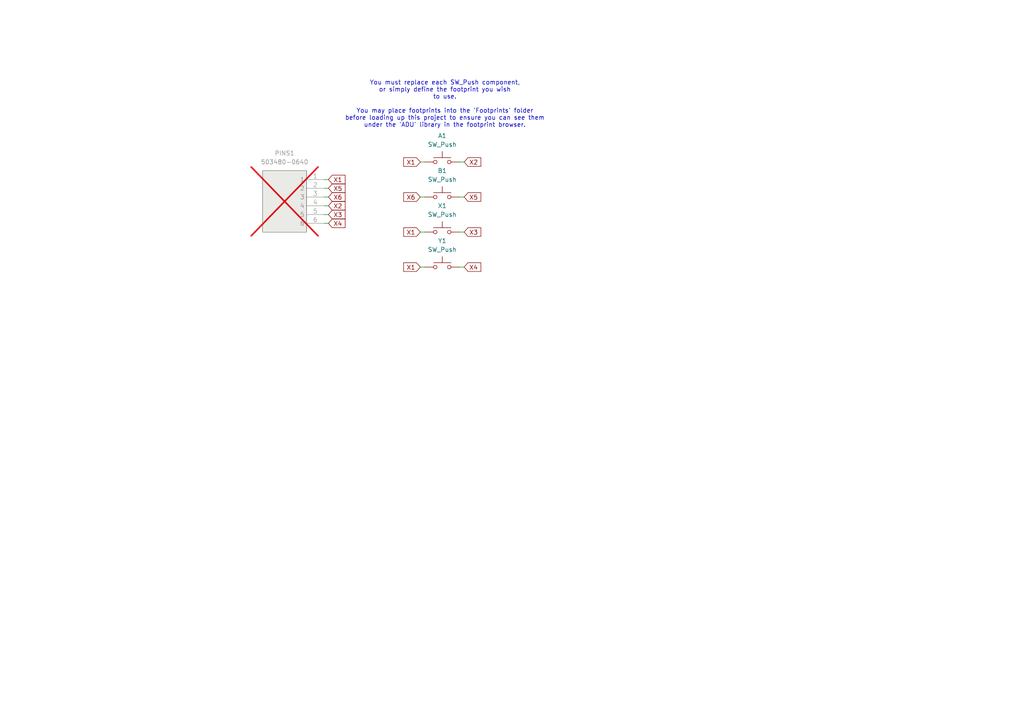
<source format=kicad_sch>
(kicad_sch (version 20231120) (generator "eeschema") (generator_version "8.0")
  (paper "A4")
  (lib_symbols
    (symbol "Switch:SW_Push" (pin_numbers hide) (pin_names (offset 1.016) hide)
      (property "Reference" "SW" (at 1.27 2.54 0))
      (property "Value" "SW_Push" (at 0 -1.524 0))
      (symbol "SW_Push_0_1"
        (circle (center -2.032 0) (radius 0.508))
        (polyline (pts (xy 0 1.27) (xy 0 3.048)))
        (polyline (pts (xy 2.54 1.27) (xy -2.54 1.27)))
        (circle (center 2.032 0) (radius 0.508))
        (pin passive line (at -5.08 0 0) (length 2.54) (name "1") (number "1"))
        (pin passive line (at 5.08 0 180) (length 2.54) (name "2") (number "2"))
      )
    )
    (symbol "hhl:503480-0640"
      (property "Reference" "PINS" (at 11.43 7.62 0))
      (property "Value" "503480-0640" (at 11.43 5.08 0))
      (symbol "503480-0640_1_1"
        (rectangle (start 5.08 2.54) (end 17.78 -15.24) (stroke (width 0.254)) (fill (type background)))
        (pin passive line (at 22.86 0 180) (length 5.08) (name "1") (number "1"))
        (pin passive line (at 22.86 -2.54 180) (length 5.08) (name "2") (number "2"))
        (pin passive line (at 22.86 -5.08 180) (length 5.08) (name "3") (number "3"))
        (pin passive line (at 22.86 -7.62 180) (length 5.08) (name "4") (number "4"))
        (pin passive line (at 22.86 -10.16 180) (length 5.08) (name "5") (number "5"))
        (pin passive line (at 22.86 -12.7 180) (length 5.08) (name "6") (number "6"))
      )
    )
  )
  (wire (pts (xy 95.25 52.07) (xy 93.98 52.07)))
  (wire (pts (xy 95.25 62.23) (xy 93.98 62.23)))
  (wire (pts (xy 121.92 57.15) (xy 123.19 57.15)))
  (wire (pts (xy 95.25 54.61) (xy 93.98 54.61)))
  (wire (pts (xy 121.92 46.99) (xy 123.19 46.99)))
  (wire (pts (xy 121.92 67.31) (xy 123.19 67.31)))
  (wire (pts (xy 134.62 77.47) (xy 133.35 77.47)))
  (wire (pts (xy 93.98 57.15) (xy 95.25 57.15)))
  (wire (pts (xy 134.62 67.31) (xy 133.35 67.31)))
  (wire (pts (xy 121.92 77.47) (xy 123.19 77.47)))
  (wire (pts (xy 95.25 59.69) (xy 93.98 59.69)))
  (wire (pts (xy 95.25 64.77) (xy 93.98 64.77)))
  (wire (pts (xy 134.62 57.15) (xy 133.35 57.15)))
  (wire (pts (xy 134.62 46.99) (xy 133.35 46.99)))
  (text "You must replace each SW_Push component,\nor simply define the footprint you wish\nto use.\n\nYou may place footprints into the 'Footprints' folder\nbefore loading up this project to ensure you can see them\nunder the 'ADU' library in the footprint browser." (at 129.032 30.226 0) (effects (font (size 1.27 1.27))))
  (global_label "X1" (shape input) (at 95.25 52.07 0) (property "Intersheetrefs" "${INTERSHEET_REFS}" (effects (hide yes))))
  (global_label "X5" (shape input) (at 95.25 54.61 0) (property "Intersheetrefs" "${INTERSHEET_REFS}" (effects (hide yes))))
  (global_label "X2" (shape input) (at 134.62 46.99 0) (property "Intersheetrefs" "${INTERSHEET_REFS}" (effects (hide yes))))
  (global_label "X5" (shape input) (at 134.62 57.15 0) (property "Intersheetrefs" "${INTERSHEET_REFS}" (effects (hide yes))))
  (global_label "X6" (shape input) (at 95.25 57.15 0) (property "Intersheetrefs" "${INTERSHEET_REFS}" (effects (hide yes))))
  (global_label "X2" (shape input) (at 95.25 59.69 0) (property "Intersheetrefs" "${INTERSHEET_REFS}" (effects (hide yes))))
  (global_label "X3" (shape input) (at 95.25 62.23 0) (property "Intersheetrefs" "${INTERSHEET_REFS}" (effects (hide yes))))
  (global_label "X1" (shape input) (at 121.92 77.47 180) (property "Intersheetrefs" "${INTERSHEET_REFS}" (effects (hide yes))))
  (global_label "X4" (shape input) (at 134.62 77.47 0) (property "Intersheetrefs" "${INTERSHEET_REFS}" (effects (hide yes))))
  (global_label "X3" (shape input) (at 134.62 67.31 0) (property "Intersheetrefs" "${INTERSHEET_REFS}" (effects (hide yes))))
  (global_label "X6" (shape input) (at 121.92 57.15 180) (property "Intersheetrefs" "${INTERSHEET_REFS}" (effects (hide yes))))
  (global_label "X1" (shape input) (at 121.92 46.99 180) (property "Intersheetrefs" "${INTERSHEET_REFS}" (effects (hide yes))))
  (global_label "X4" (shape input) (at 95.25 64.77 0) (property "Intersheetrefs" "${INTERSHEET_REFS}" (effects (hide yes))))
  (global_label "X1" (shape input) (at 121.92 67.31 180) (property "Intersheetrefs" "${INTERSHEET_REFS}" (effects (hide yes))))
  (symbol (lib_id "Switch:SW_Push") (at 128.27 67.31 0) (unit 1)
    (property "Reference" "X1" (at 128.27 59.69 0))
    (property "Value" "SW_Push" (at 128.27 62.23 0))
    (property "Footprint" "Button_Switch_SMD:SW_Push_1P1T_NO_6x6mm_H9.5mm" (effects (hide yes)))
    (property "Description" "Push button switch, generic, two pins" (effects (hide yes)))
  )
  (symbol (lib_id "hhl:503480-0640") (at 71.12 52.07 0) (unit 1) (in_bom no) (dnp yes)
    (property "Reference" "PINS1" (at 82.55 44.45 0))
    (property "Value" "503480-0640" (at 82.55 46.99 0))
    (property "Footprint" "ADU:molex_5034800640_ribbon" (effects (hide yes)))
    (property "Description" "Edge connector pins" (effects (hide yes)))
    (property "Mouser Part Number" "538-503480-0640" (effects (hide yes)))
  )
  (symbol (lib_id "Switch:SW_Push") (at 128.27 57.15 0) (unit 1)
    (property "Reference" "B1" (at 128.27 49.53 0))
    (property "Value" "SW_Push" (at 128.27 52.07 0))
    (property "Footprint" "Button_Switch_SMD:SW_Push_1P1T_NO_6x6mm_H9.5mm" (effects (hide yes)))
    (property "Description" "Push button switch, generic, two pins" (effects (hide yes)))
  )
  (symbol (lib_id "Switch:SW_Push") (at 128.27 46.99 0) (unit 1)
    (property "Reference" "A1" (at 128.27 39.37 0))
    (property "Value" "SW_Push" (at 128.27 41.91 0))
    (property "Footprint" "Button_Switch_SMD:SW_Push_1P1T_NO_6x6mm_H9.5mm" (effects (hide yes)))
    (property "Description" "Push button switch, generic, two pins" (effects (hide yes)))
  )
  (symbol (lib_id "Switch:SW_Push") (at 128.27 77.47 0) (unit 1)
    (property "Reference" "Y1" (at 128.27 69.85 0))
    (property "Value" "SW_Push" (at 128.27 72.39 0))
    (property "Footprint" "Button_Switch_SMD:SW_Push_1P1T_NO_6x6mm_H9.5mm" (effects (hide yes)))
    (property "Description" "Push button switch, generic, two pins" (effects (hide yes)))
  )
)
</source>
